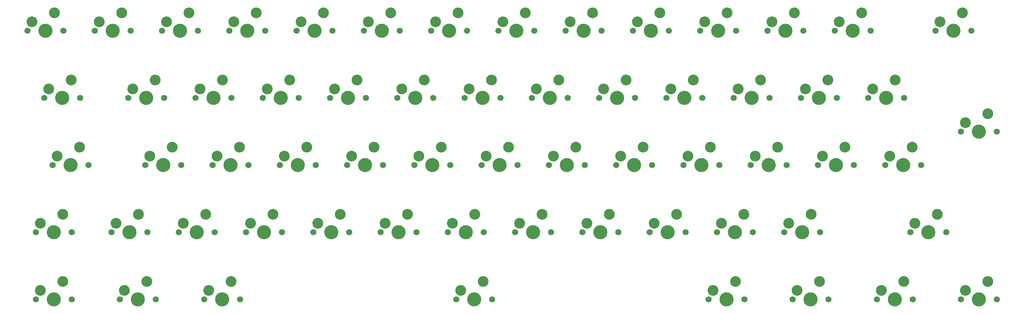
<source format=gbr>
%TF.GenerationSoftware,KiCad,Pcbnew,8.0.3*%
%TF.CreationDate,2024-07-17T22:30:16+08:00*%
%TF.ProjectId,PH60_Rev2,50483630-5f52-4657-9632-2e6b69636164,rev?*%
%TF.SameCoordinates,Original*%
%TF.FileFunction,NonPlated,1,4,NPTH,Drill*%
%TF.FilePolarity,Positive*%
%FSLAX46Y46*%
G04 Gerber Fmt 4.6, Leading zero omitted, Abs format (unit mm)*
G04 Created by KiCad (PCBNEW 8.0.3) date 2024-07-17 22:30:16*
%MOMM*%
%LPD*%
G01*
G04 APERTURE LIST*
%TA.AperFunction,ComponentDrill*%
%ADD10C,1.750000*%
%TD*%
%TA.AperFunction,ComponentDrill*%
%ADD11C,3.050000*%
%TD*%
%TA.AperFunction,ComponentDrill*%
%ADD12C,4.000000*%
%TD*%
G04 APERTURE END LIST*
D10*
%TO.C,S1*%
X33020000Y-38100000D03*
%TO.C,S42*%
X35401250Y-95250000D03*
%TO.C,S55*%
X35401250Y-114300000D03*
%TO.C,S15*%
X37782500Y-57150000D03*
%TO.C,S29*%
X40163750Y-76200000D03*
%TO.C,S1*%
X43180000Y-38100000D03*
%TO.C,S42*%
X45561250Y-95250000D03*
%TO.C,S55*%
X45561250Y-114300000D03*
%TO.C,S15*%
X47942500Y-57150000D03*
%TO.C,S29*%
X50323750Y-76200000D03*
%TO.C,S2*%
X52070000Y-38100000D03*
%TO.C,S43*%
X56832500Y-95250000D03*
%TO.C,S56*%
X59213750Y-114300000D03*
%TO.C,S16*%
X61595000Y-57150000D03*
%TO.C,S2*%
X62230000Y-38100000D03*
%TO.C,S30*%
X66357500Y-76200000D03*
%TO.C,S43*%
X66992500Y-95250000D03*
%TO.C,S56*%
X69373750Y-114300000D03*
%TO.C,S3*%
X71120000Y-38100000D03*
%TO.C,S16*%
X71755000Y-57150000D03*
%TO.C,S44*%
X75882500Y-95250000D03*
%TO.C,S30*%
X76517500Y-76200000D03*
%TO.C,S17*%
X80645000Y-57150000D03*
%TO.C,S3*%
X81280000Y-38100000D03*
%TO.C,S57*%
X83026250Y-114300000D03*
%TO.C,S31*%
X85407500Y-76200000D03*
%TO.C,S44*%
X86042500Y-95250000D03*
%TO.C,S4*%
X90170000Y-38100000D03*
%TO.C,S17*%
X90805000Y-57150000D03*
%TO.C,S57*%
X93186250Y-114300000D03*
%TO.C,S45*%
X94932500Y-95250000D03*
%TO.C,S31*%
X95567500Y-76200000D03*
%TO.C,S18*%
X99695000Y-57150000D03*
%TO.C,S4*%
X100330000Y-38100000D03*
%TO.C,S32*%
X104457500Y-76200000D03*
%TO.C,S45*%
X105092500Y-95250000D03*
%TO.C,S5*%
X109220000Y-38100000D03*
%TO.C,S18*%
X109855000Y-57150000D03*
%TO.C,S46*%
X113982500Y-95250000D03*
%TO.C,S32*%
X114617500Y-76200000D03*
%TO.C,S19*%
X118745000Y-57150000D03*
%TO.C,S5*%
X119380000Y-38100000D03*
%TO.C,S33*%
X123507500Y-76200000D03*
%TO.C,S46*%
X124142500Y-95250000D03*
%TO.C,S6*%
X128270000Y-38100000D03*
%TO.C,S19*%
X128905000Y-57150000D03*
%TO.C,S47*%
X133032500Y-95250000D03*
%TO.C,S33*%
X133667500Y-76200000D03*
%TO.C,S20*%
X137795000Y-57150000D03*
%TO.C,S6*%
X138430000Y-38100000D03*
%TO.C,S34*%
X142557500Y-76200000D03*
%TO.C,S47*%
X143192500Y-95250000D03*
%TO.C,S7*%
X147320000Y-38100000D03*
%TO.C,S20*%
X147955000Y-57150000D03*
%TO.C,S48*%
X152082500Y-95250000D03*
%TO.C,S34*%
X152717500Y-76200000D03*
%TO.C,S58*%
X154463750Y-114300000D03*
%TO.C,S21*%
X156845000Y-57150000D03*
%TO.C,S7*%
X157480000Y-38100000D03*
%TO.C,S35*%
X161607500Y-76200000D03*
%TO.C,S48*%
X162242500Y-95250000D03*
%TO.C,S58*%
X164623750Y-114300000D03*
%TO.C,S8*%
X166370000Y-38100000D03*
%TO.C,S21*%
X167005000Y-57150000D03*
%TO.C,S49*%
X171132500Y-95250000D03*
%TO.C,S35*%
X171767500Y-76200000D03*
%TO.C,S22*%
X175895000Y-57150000D03*
%TO.C,S8*%
X176530000Y-38100000D03*
%TO.C,S36*%
X180657500Y-76200000D03*
%TO.C,S49*%
X181292500Y-95250000D03*
%TO.C,S9*%
X185420000Y-38100000D03*
%TO.C,S22*%
X186055000Y-57150000D03*
%TO.C,S50*%
X190182500Y-95250000D03*
%TO.C,S36*%
X190817500Y-76200000D03*
%TO.C,S23*%
X194945000Y-57150000D03*
%TO.C,S9*%
X195580000Y-38100000D03*
%TO.C,S37*%
X199707500Y-76200000D03*
%TO.C,S50*%
X200342500Y-95250000D03*
%TO.C,S10*%
X204470000Y-38100000D03*
%TO.C,S23*%
X205105000Y-57150000D03*
%TO.C,S51*%
X209232500Y-95250000D03*
%TO.C,S37*%
X209867500Y-76200000D03*
%TO.C,S24*%
X213995000Y-57150000D03*
%TO.C,S10*%
X214630000Y-38100000D03*
%TO.C,S38*%
X218757500Y-76200000D03*
%TO.C,S51*%
X219392500Y-95250000D03*
%TO.C,S11*%
X223520000Y-38100000D03*
%TO.C,S24*%
X224155000Y-57150000D03*
%TO.C,S59*%
X225901250Y-114300000D03*
%TO.C,S52*%
X228282500Y-95250000D03*
%TO.C,S38*%
X228917500Y-76200000D03*
%TO.C,S25*%
X233045000Y-57150000D03*
%TO.C,S11*%
X233680000Y-38100000D03*
%TO.C,S59*%
X236061250Y-114300000D03*
%TO.C,S39*%
X237807500Y-76200000D03*
%TO.C,S52*%
X238442500Y-95250000D03*
%TO.C,S12*%
X242570000Y-38100000D03*
%TO.C,S25*%
X243205000Y-57150000D03*
%TO.C,S53*%
X247332500Y-95250000D03*
%TO.C,S39*%
X247967500Y-76200000D03*
%TO.C,S60*%
X249713750Y-114300000D03*
%TO.C,S26*%
X252095000Y-57150000D03*
%TO.C,S12*%
X252730000Y-38100000D03*
%TO.C,S40*%
X256857500Y-76200000D03*
%TO.C,S53*%
X257492500Y-95250000D03*
%TO.C,S60*%
X259873750Y-114300000D03*
%TO.C,S13*%
X261620000Y-38100000D03*
%TO.C,S26*%
X262255000Y-57150000D03*
%TO.C,S40*%
X267017500Y-76200000D03*
%TO.C,S27*%
X271145000Y-57150000D03*
%TO.C,S13*%
X271780000Y-38100000D03*
%TO.C,S61*%
X273526250Y-114300000D03*
%TO.C,S41*%
X275907500Y-76200000D03*
%TO.C,S27*%
X281305000Y-57150000D03*
%TO.C,S54*%
X283051250Y-95250000D03*
%TO.C,S61*%
X283686250Y-114300000D03*
%TO.C,S41*%
X286067500Y-76200000D03*
%TO.C,S14*%
X290195000Y-38100000D03*
%TO.C,S54*%
X293211250Y-95250000D03*
%TO.C,S28*%
X297338750Y-66675000D03*
%TO.C,S62*%
X297338750Y-114300000D03*
%TO.C,S14*%
X300355000Y-38100000D03*
%TO.C,S28*%
X307498750Y-66675000D03*
%TO.C,S62*%
X307498750Y-114300000D03*
D11*
%TO.C,S1*%
X34290000Y-35560000D03*
%TO.C,S42*%
X36671250Y-92710000D03*
%TO.C,S55*%
X36671250Y-111760000D03*
%TO.C,S15*%
X39052500Y-54610000D03*
%TO.C,S1*%
X40640000Y-33020000D03*
%TO.C,S29*%
X41433750Y-73660000D03*
%TO.C,S42*%
X43021250Y-90170000D03*
%TO.C,S55*%
X43021250Y-109220000D03*
%TO.C,S15*%
X45402500Y-52070000D03*
%TO.C,S29*%
X47783750Y-71120000D03*
%TO.C,S2*%
X53340000Y-35560000D03*
%TO.C,S43*%
X58102500Y-92710000D03*
%TO.C,S2*%
X59690000Y-33020000D03*
%TO.C,S56*%
X60483750Y-111760000D03*
%TO.C,S16*%
X62865000Y-54610000D03*
%TO.C,S43*%
X64452500Y-90170000D03*
%TO.C,S56*%
X66833750Y-109220000D03*
%TO.C,S30*%
X67627500Y-73660000D03*
%TO.C,S16*%
X69215000Y-52070000D03*
%TO.C,S3*%
X72390000Y-35560000D03*
%TO.C,S30*%
X73977500Y-71120000D03*
%TO.C,S44*%
X77152500Y-92710000D03*
%TO.C,S3*%
X78740000Y-33020000D03*
%TO.C,S17*%
X81915000Y-54610000D03*
%TO.C,S44*%
X83502500Y-90170000D03*
%TO.C,S57*%
X84296250Y-111760000D03*
%TO.C,S31*%
X86677500Y-73660000D03*
%TO.C,S17*%
X88265000Y-52070000D03*
%TO.C,S57*%
X90646250Y-109220000D03*
%TO.C,S4*%
X91440000Y-35560000D03*
%TO.C,S31*%
X93027500Y-71120000D03*
%TO.C,S45*%
X96202500Y-92710000D03*
%TO.C,S4*%
X97790000Y-33020000D03*
%TO.C,S18*%
X100965000Y-54610000D03*
%TO.C,S45*%
X102552500Y-90170000D03*
%TO.C,S32*%
X105727500Y-73660000D03*
%TO.C,S18*%
X107315000Y-52070000D03*
%TO.C,S5*%
X110490000Y-35560000D03*
%TO.C,S32*%
X112077500Y-71120000D03*
%TO.C,S46*%
X115252500Y-92710000D03*
%TO.C,S5*%
X116840000Y-33020000D03*
%TO.C,S19*%
X120015000Y-54610000D03*
%TO.C,S46*%
X121602500Y-90170000D03*
%TO.C,S33*%
X124777500Y-73660000D03*
%TO.C,S19*%
X126365000Y-52070000D03*
%TO.C,S6*%
X129540000Y-35560000D03*
%TO.C,S33*%
X131127500Y-71120000D03*
%TO.C,S47*%
X134302500Y-92710000D03*
%TO.C,S6*%
X135890000Y-33020000D03*
%TO.C,S20*%
X139065000Y-54610000D03*
%TO.C,S47*%
X140652500Y-90170000D03*
%TO.C,S34*%
X143827500Y-73660000D03*
%TO.C,S20*%
X145415000Y-52070000D03*
%TO.C,S7*%
X148590000Y-35560000D03*
%TO.C,S34*%
X150177500Y-71120000D03*
%TO.C,S48*%
X153352500Y-92710000D03*
%TO.C,S7*%
X154940000Y-33020000D03*
%TO.C,S58*%
X155733750Y-111760000D03*
%TO.C,S21*%
X158115000Y-54610000D03*
%TO.C,S48*%
X159702500Y-90170000D03*
%TO.C,S58*%
X162083750Y-109220000D03*
%TO.C,S35*%
X162877500Y-73660000D03*
%TO.C,S21*%
X164465000Y-52070000D03*
%TO.C,S8*%
X167640000Y-35560000D03*
%TO.C,S35*%
X169227500Y-71120000D03*
%TO.C,S49*%
X172402500Y-92710000D03*
%TO.C,S8*%
X173990000Y-33020000D03*
%TO.C,S22*%
X177165000Y-54610000D03*
%TO.C,S49*%
X178752500Y-90170000D03*
%TO.C,S36*%
X181927500Y-73660000D03*
%TO.C,S22*%
X183515000Y-52070000D03*
%TO.C,S9*%
X186690000Y-35560000D03*
%TO.C,S36*%
X188277500Y-71120000D03*
%TO.C,S50*%
X191452500Y-92710000D03*
%TO.C,S9*%
X193040000Y-33020000D03*
%TO.C,S23*%
X196215000Y-54610000D03*
%TO.C,S50*%
X197802500Y-90170000D03*
%TO.C,S37*%
X200977500Y-73660000D03*
%TO.C,S23*%
X202565000Y-52070000D03*
%TO.C,S10*%
X205740000Y-35560000D03*
%TO.C,S37*%
X207327500Y-71120000D03*
%TO.C,S51*%
X210502500Y-92710000D03*
%TO.C,S10*%
X212090000Y-33020000D03*
%TO.C,S24*%
X215265000Y-54610000D03*
%TO.C,S51*%
X216852500Y-90170000D03*
%TO.C,S38*%
X220027500Y-73660000D03*
%TO.C,S24*%
X221615000Y-52070000D03*
%TO.C,S11*%
X224790000Y-35560000D03*
%TO.C,S38*%
X226377500Y-71120000D03*
%TO.C,S59*%
X227171250Y-111760000D03*
%TO.C,S52*%
X229552500Y-92710000D03*
%TO.C,S11*%
X231140000Y-33020000D03*
%TO.C,S59*%
X233521250Y-109220000D03*
%TO.C,S25*%
X234315000Y-54610000D03*
%TO.C,S52*%
X235902500Y-90170000D03*
%TO.C,S39*%
X239077500Y-73660000D03*
%TO.C,S25*%
X240665000Y-52070000D03*
%TO.C,S12*%
X243840000Y-35560000D03*
%TO.C,S39*%
X245427500Y-71120000D03*
%TO.C,S53*%
X248602500Y-92710000D03*
%TO.C,S12*%
X250190000Y-33020000D03*
%TO.C,S60*%
X250983750Y-111760000D03*
%TO.C,S26*%
X253365000Y-54610000D03*
%TO.C,S53*%
X254952500Y-90170000D03*
%TO.C,S60*%
X257333750Y-109220000D03*
%TO.C,S40*%
X258127500Y-73660000D03*
%TO.C,S26*%
X259715000Y-52070000D03*
%TO.C,S13*%
X262890000Y-35560000D03*
%TO.C,S40*%
X264477500Y-71120000D03*
%TO.C,S13*%
X269240000Y-33020000D03*
%TO.C,S27*%
X272415000Y-54610000D03*
%TO.C,S61*%
X274796250Y-111760000D03*
%TO.C,S41*%
X277177500Y-73660000D03*
%TO.C,S27*%
X278765000Y-52070000D03*
%TO.C,S61*%
X281146250Y-109220000D03*
%TO.C,S41*%
X283527500Y-71120000D03*
%TO.C,S54*%
X284321250Y-92710000D03*
X290671250Y-90170000D03*
%TO.C,S14*%
X291465000Y-35560000D03*
X297815000Y-33020000D03*
%TO.C,S28*%
X298608750Y-64135000D03*
%TO.C,S62*%
X298608750Y-111760000D03*
%TO.C,S28*%
X304958750Y-61595000D03*
%TO.C,S62*%
X304958750Y-109220000D03*
D12*
%TO.C,S1*%
X38100000Y-38100000D03*
%TO.C,S42*%
X40481250Y-95250000D03*
%TO.C,S55*%
X40481250Y-114300000D03*
%TO.C,S15*%
X42862500Y-57150000D03*
%TO.C,S29*%
X45243750Y-76200000D03*
%TO.C,S2*%
X57150000Y-38100000D03*
%TO.C,S43*%
X61912500Y-95250000D03*
%TO.C,S56*%
X64293750Y-114300000D03*
%TO.C,S16*%
X66675000Y-57150000D03*
%TO.C,S30*%
X71437500Y-76200000D03*
%TO.C,S3*%
X76200000Y-38100000D03*
%TO.C,S44*%
X80962500Y-95250000D03*
%TO.C,S17*%
X85725000Y-57150000D03*
%TO.C,S57*%
X88106250Y-114300000D03*
%TO.C,S31*%
X90487500Y-76200000D03*
%TO.C,S4*%
X95250000Y-38100000D03*
%TO.C,S45*%
X100012500Y-95250000D03*
%TO.C,S18*%
X104775000Y-57150000D03*
%TO.C,S32*%
X109537500Y-76200000D03*
%TO.C,S5*%
X114300000Y-38100000D03*
%TO.C,S46*%
X119062500Y-95250000D03*
%TO.C,S19*%
X123825000Y-57150000D03*
%TO.C,S33*%
X128587500Y-76200000D03*
%TO.C,S6*%
X133350000Y-38100000D03*
%TO.C,S47*%
X138112500Y-95250000D03*
%TO.C,S20*%
X142875000Y-57150000D03*
%TO.C,S34*%
X147637500Y-76200000D03*
%TO.C,S7*%
X152400000Y-38100000D03*
%TO.C,S48*%
X157162500Y-95250000D03*
%TO.C,S58*%
X159543750Y-114300000D03*
%TO.C,S21*%
X161925000Y-57150000D03*
%TO.C,S35*%
X166687500Y-76200000D03*
%TO.C,S8*%
X171450000Y-38100000D03*
%TO.C,S49*%
X176212500Y-95250000D03*
%TO.C,S22*%
X180975000Y-57150000D03*
%TO.C,S36*%
X185737500Y-76200000D03*
%TO.C,S9*%
X190500000Y-38100000D03*
%TO.C,S50*%
X195262500Y-95250000D03*
%TO.C,S23*%
X200025000Y-57150000D03*
%TO.C,S37*%
X204787500Y-76200000D03*
%TO.C,S10*%
X209550000Y-38100000D03*
%TO.C,S51*%
X214312500Y-95250000D03*
%TO.C,S24*%
X219075000Y-57150000D03*
%TO.C,S38*%
X223837500Y-76200000D03*
%TO.C,S11*%
X228600000Y-38100000D03*
%TO.C,S59*%
X230981250Y-114300000D03*
%TO.C,S52*%
X233362500Y-95250000D03*
%TO.C,S25*%
X238125000Y-57150000D03*
%TO.C,S39*%
X242887500Y-76200000D03*
%TO.C,S12*%
X247650000Y-38100000D03*
%TO.C,S53*%
X252412500Y-95250000D03*
%TO.C,S60*%
X254793750Y-114300000D03*
%TO.C,S26*%
X257175000Y-57150000D03*
%TO.C,S40*%
X261937500Y-76200000D03*
%TO.C,S13*%
X266700000Y-38100000D03*
%TO.C,S27*%
X276225000Y-57150000D03*
%TO.C,S61*%
X278606250Y-114300000D03*
%TO.C,S41*%
X280987500Y-76200000D03*
%TO.C,S54*%
X288131250Y-95250000D03*
%TO.C,S14*%
X295275000Y-38100000D03*
%TO.C,S28*%
X302418750Y-66675000D03*
%TO.C,S62*%
X302418750Y-114300000D03*
M02*

</source>
